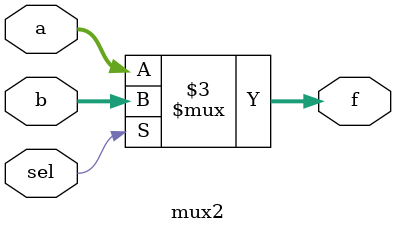
<source format=sv>
module mux2 #(parameter width = 16)
(
	input sel,
	input [width-1:0] a, b,
	output logic [width-1:0] f
);

always_comb
begin
	if(sel)
		f = b;
	else
		f = a; 
end

endmodule : mux2
</source>
